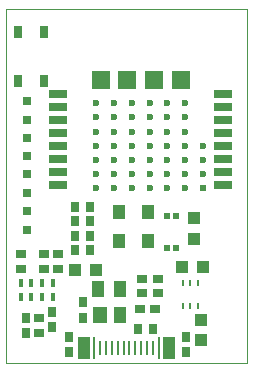
<source format=gtp>
G75*
%MOIN*%
%OFA0B0*%
%FSLAX25Y25*%
%IPPOS*%
%LPD*%
%AMOC8*
5,1,8,0,0,1.08239X$1,22.5*
%
%ADD10C,0.00000*%
%ADD11R,0.04252X0.04134*%
%ADD12R,0.03642X0.02913*%
%ADD13R,0.02913X0.03642*%
%ADD14R,0.04134X0.04252*%
%ADD15R,0.04134X0.07283*%
%ADD16R,0.00984X0.07283*%
%ADD17R,0.00984X0.04921*%
%ADD18R,0.03937X0.05669*%
%ADD19R,0.04724X0.05669*%
%ADD20R,0.03937X0.04724*%
%ADD21R,0.03150X0.03150*%
%ADD22R,0.02756X0.03543*%
%ADD23R,0.03543X0.02756*%
%ADD24R,0.02559X0.04134*%
%ADD25R,0.02165X0.02165*%
%ADD26R,0.05906X0.02756*%
%ADD27C,0.02362*%
%ADD28R,0.02362X0.02362*%
%ADD29R,0.05906X0.05906*%
%ADD30R,0.00787X0.02362*%
%ADD31R,0.01772X0.02953*%
D10*
X0041335Y0037870D02*
X0041335Y0155980D01*
X0121650Y0155980D01*
X0121650Y0037870D01*
X0041335Y0037870D01*
D11*
X0103934Y0079307D03*
X0103934Y0086197D03*
X0106296Y0052339D03*
X0106296Y0045449D03*
D12*
X0091926Y0061098D03*
X0091926Y0065823D03*
X0086808Y0065823D03*
X0086808Y0061098D03*
X0086020Y0055980D03*
X0091138Y0055980D03*
D13*
X0101178Y0046728D03*
X0101178Y0041610D03*
X0066926Y0053028D03*
X0066926Y0058146D03*
X0056690Y0054996D03*
X0056690Y0049878D03*
X0062201Y0046728D03*
X0062201Y0041610D03*
X0048028Y0047909D03*
X0048028Y0053028D03*
D14*
X0064268Y0068972D03*
X0071158Y0068972D03*
X0100095Y0069760D03*
X0106985Y0069760D03*
D15*
X0095823Y0042791D03*
X0067162Y0042791D03*
D16*
X0070666Y0042791D03*
X0092320Y0042791D03*
D17*
X0090351Y0042791D03*
X0088383Y0042791D03*
X0086414Y0042791D03*
X0084446Y0042791D03*
X0082477Y0042791D03*
X0080509Y0042791D03*
X0078540Y0042791D03*
X0076572Y0042791D03*
X0074603Y0042791D03*
X0072635Y0042791D03*
D18*
X0079327Y0054012D03*
X0079327Y0062673D03*
X0071847Y0062673D03*
D19*
X0072635Y0054012D03*
D20*
X0079131Y0078421D03*
X0088579Y0078421D03*
X0088579Y0088264D03*
X0079131Y0088264D03*
D21*
X0048422Y0088657D03*
X0048422Y0082358D03*
X0048422Y0094563D03*
X0048422Y0100862D03*
X0048422Y0106768D03*
X0048422Y0113067D03*
X0048422Y0118972D03*
X0048422Y0125272D03*
D22*
X0064367Y0089839D03*
X0064367Y0085114D03*
X0064367Y0080390D03*
X0064367Y0075665D03*
X0069485Y0075665D03*
X0069485Y0080390D03*
X0069485Y0085114D03*
X0069485Y0089839D03*
X0085233Y0049287D03*
X0090351Y0049287D03*
D23*
X0058658Y0069169D03*
X0053934Y0069169D03*
X0053934Y0074287D03*
X0058658Y0074287D03*
X0046453Y0074287D03*
X0046453Y0069169D03*
X0052359Y0053028D03*
X0052359Y0047909D03*
D24*
X0053835Y0132063D03*
X0045371Y0132063D03*
X0045371Y0148402D03*
X0053835Y0148402D03*
D25*
X0094977Y0086787D03*
X0097930Y0086787D03*
X0097930Y0076354D03*
X0094977Y0076354D03*
D26*
X0113776Y0097319D03*
X0113776Y0101650D03*
X0113776Y0105980D03*
X0113776Y0110311D03*
X0113776Y0114642D03*
X0113776Y0118972D03*
X0113776Y0123303D03*
X0113776Y0127634D03*
X0058658Y0127634D03*
X0058658Y0123303D03*
X0058658Y0118972D03*
X0058658Y0114642D03*
X0058658Y0110311D03*
X0058658Y0105980D03*
X0058658Y0101650D03*
X0058658Y0097319D03*
D27*
X0071453Y0096138D03*
X0071453Y0100862D03*
X0071453Y0105587D03*
X0071453Y0110311D03*
X0071453Y0115035D03*
X0071453Y0119760D03*
X0071453Y0124484D03*
X0077359Y0124484D03*
X0077359Y0119760D03*
X0077359Y0115035D03*
X0077359Y0110311D03*
X0077359Y0105587D03*
X0077359Y0100862D03*
X0077359Y0096138D03*
X0083264Y0096138D03*
X0083264Y0100862D03*
X0083264Y0105587D03*
X0083264Y0110311D03*
X0083264Y0115035D03*
X0083264Y0119760D03*
X0083264Y0124484D03*
X0089170Y0124484D03*
X0089170Y0119760D03*
X0089170Y0115035D03*
X0089170Y0110311D03*
X0089170Y0105587D03*
X0089170Y0100862D03*
X0089170Y0096138D03*
X0095075Y0096138D03*
X0095075Y0100862D03*
X0095075Y0105587D03*
X0095075Y0110311D03*
X0095075Y0115035D03*
X0095075Y0119760D03*
X0095075Y0124484D03*
X0100981Y0124484D03*
X0100981Y0119760D03*
X0100981Y0115035D03*
X0100981Y0110311D03*
X0100981Y0105587D03*
X0100981Y0100862D03*
X0100981Y0096138D03*
X0106886Y0100862D03*
X0106886Y0105587D03*
X0106886Y0110311D03*
D28*
X0106886Y0096138D03*
D29*
X0099505Y0132358D03*
X0090646Y0132358D03*
X0081788Y0132358D03*
X0072930Y0132358D03*
D30*
X0100194Y0064543D03*
X0102753Y0064543D03*
X0105312Y0064543D03*
X0105312Y0056866D03*
X0102753Y0056866D03*
X0100194Y0056866D03*
D31*
X0056886Y0059917D03*
X0053343Y0059917D03*
X0049800Y0059917D03*
X0046257Y0059917D03*
X0046257Y0064642D03*
X0049800Y0064642D03*
X0053343Y0064642D03*
X0056886Y0064642D03*
M02*

</source>
